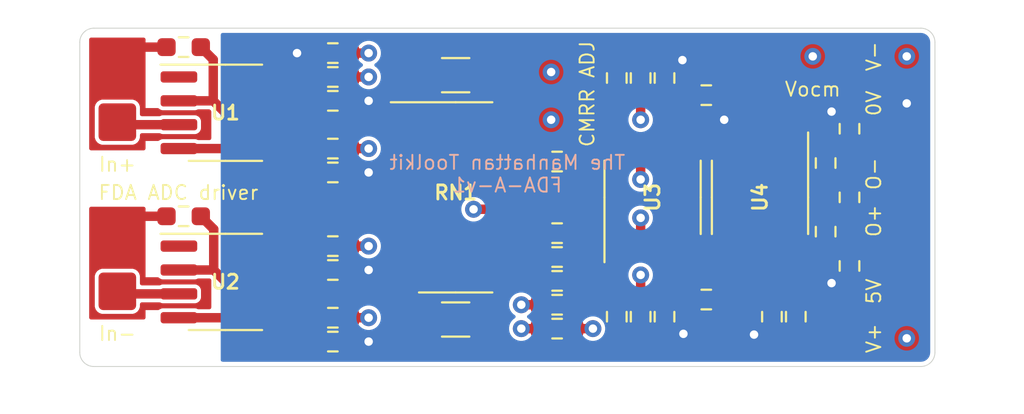
<source format=kicad_pcb>
(kicad_pcb (version 20241229) (generator "pcbnew") (generator_version "9.0")
  (layers (0 "F.Cu" signal) (4 "In1.Cu" signal) (6 "In2.Cu" signal) (2 "B.Cu" signal) (13 "F.Paste" user) (15 "B.Paste" user) (5 "F.SilkS" user "F.Silkscreen") (7 "B.SilkS" user "B.Silkscreen") (1 "F.Mask" user) (3 "B.Mask" user) (25 "Edge.Cuts" user))
  (net 0 "")
  (net 1 "Net-(U1-V+)")
  (net 2 "GND")
  (net 3 "Net-(U1-V-)")
  (net 4 "Net-(U2-V-)")
  (net 5 "Net-(U2-V+)")
  (net 6 "Net-(U3-V+)")
  (net 7 "Net-(C6-Pad2)")
  (net 8 "Net-(RN1D-R4.2)")
  (net 9 "Net-(U4C-V+)")
  (net 10 "Net-(RN1D-R4.1)")
  (net 11 "Net-(RN1E-R5.1)")
  (net 12 "Net-(J10-Pin_1)")
  (net 13 "Net-(J11-Pin_1)")
  (net 14 "Net-(RN1A-R1.1)")
  (net 15 "Net-(RN1H-R8.1)")
  (net 16 "Net-(R15-Pad1)")
  (net 17 "Net-(R16-Pad1)")
  (net 18 "+19")
  (net 19 "-15.5")
  (net 26 "Net-(U3-~{SHDN})")
  (net 27 "Net-(RN1F-R6.2)")
  (net 28 "Net-(RN1C-R3.2)")
  (net 29 "+5.5")
  (net 30 "Net-(U4A-+)")
  (net 31 "Net-(U4B-+)")
  (net 32 "Net-(RN1G-R7.2)")
  (net 33 "Net-(RN1A-R1.2)")
  (net 34 "Net-(RN1B-R2.1)")
  (net 35 "Net-(RN1F-R6.1)")
  (net 36 "/OUT-")
  (net 37 "/OUT+")
  (net 38 "/VOCM")
  (net 39 "/Guard+")
  (net 40 "/Guard-")
  (net 41 "/IN+")
  (net 42 "/IN-")
  (footprint "Manhattan:Manhattan-2mm" (layer "F.Cu") (at 82 126)
    (property "Reference" "J4" (hide yes))
    (property "Value" "Conn_01x01_Pin")
    (pad "1" smd roundrect (at 0 0) (size 2 2) (layers "F.Cu" "F.Mask" "F.Paste") (roundrect_rratio 0.125) (net 42 "/IN-"))
  )
  (footprint "Resistor_SMD:R_0603_1608Metric_Pad0.98x0.95mm_HandSolder" (layer "F.Cu") (at 119.685 122.825 -90)
    (property "Reference" "R19" (hide yes))
    (property "Value" "10")
    (pad "1" smd roundrect (at -0.9125 0 270) (size 0.975 0.95) (layers "F.Cu" "F.Mask" "F.Paste") (net 11 "Net-(RN1E-R5.1)"))
    (pad "2" smd roundrect (at 0.9125 0 270) (size 0.975 0.95) (layers "F.Cu" "F.Mask" "F.Paste") (net 37 "/OUT+"))
  )
  (footprint "Manhattan:Manhattan-2mm" (layer "F.Cu") (at 105.08 114.3325)
    (property "Reference" "J10" (hide yes))
    (property "Value" "Conn_01x01_Pin")
    (pad "1" smd roundrect (at 0 0) (size 2 2) (layers "F.Cu" "F.Mask" "F.Paste") (roundrect_rratio 0.125) (net 12 "Net-(J10-Pin_1)"))
  )
  (footprint "Resistor_SMD:R_0603_1608Metric_Pad0.98x0.95mm_HandSolder" (layer "F.Cu") (at 105.3975 119.095)
    (property "Reference" "R9" (hide yes))
    (property "Value" "10")
    (pad "1" smd roundrect (at -0.9125 0) (size 0.975 0.95) (layers "F.Cu" "F.Mask" "F.Paste") (net 28 "Net-(RN1C-R3.2)"))
    (pad "2" smd roundrect (at 0.9125 0) (size 0.975 0.95) (layers "F.Cu" "F.Mask" "F.Paste") (net 8 "Net-(RN1D-R4.2)"))
  )
  (footprint "Resistor_SMD:R_0603_1608Metric_Pad0.98x0.95mm_HandSolder" (layer "F.Cu") (at 116.8275 127.35 90)
    (property "Reference" "C9" (hide yes))
    (property "Value" "1u")
    (pad "1" smd roundrect (at -0.9125 0 90) (size 0.975 0.95) (layers "F.Cu" "F.Mask" "F.Paste") (net 2 "GND"))
    (pad "2" smd roundrect (at 0.9125 0 90) (size 0.975 0.95) (layers "F.Cu" "F.Mask" "F.Paste") (net 9 "Net-(U4C-V+)"))
  )
  (footprint "Resistor_SMD:R_0603_1608Metric_Pad0.98x0.95mm_HandSolder" (layer "F.Cu") (at 93.465 115.865 180)
    (property "Reference" "C1" (hide yes))
    (property "Value" "1u")
    (pad "1" smd roundrect (at -0.9125 0 180) (size 0.975 0.95) (layers "F.Cu" "F.Mask" "F.Paste") (net 2 "GND"))
    (pad "2" smd roundrect (at 0.9125 0 180) (size 0.975 0.95) (layers "F.Cu" "F.Mask" "F.Paste") (net 1 "Net-(U1-V+)"))
  )
  (footprint "Resistor_SMD:R_0603_1608Metric_Pad0.98x0.95mm_HandSolder" (layer "F.Cu") (at 105.3975 126.715)
    (property "Reference" "R11" (hide yes))
    (property "Value" "TBD")
    (pad "1" smd roundrect (at -0.9125 0) (size 0.975 0.95) (layers "F.Cu" "F.Mask" "F.Paste") (net 13 "Net-(J11-Pin_1)"))
    (pad "2" smd roundrect (at 0.9125 0) (size 0.975 0.95) (layers "F.Cu" "F.Mask" "F.Paste") (net 12 "Net-(J10-Pin_1)"))
  )
  (footprint "Resistor_SMD:R_0603_1608Metric_Pad0.98x0.95mm_HandSolder" (layer "F.Cu") (at 120.955 124.65 90)
    (property "Reference" "C11" (hide yes))
    (property "Value" "4.7n")
    (pad "1" smd roundrect (at -0.9125 0 90) (size 0.975 0.95) (layers "F.Cu" "F.Mask" "F.Paste") (net 2 "GND"))
    (pad "2" smd roundrect (at 0.9125 0 90) (size 0.975 0.95) (layers "F.Cu" "F.Mask" "F.Paste") (net 37 "/OUT+"))
  )
  (footprint "Package_SO:SOIC-8_3.9x4.9mm_P1.27mm" (layer "F.Cu") (at 87.75 116.5)
    (property "Reference" "U1" (at 0 0 0) (layer "F.SilkS") (effects (font (size 0.75 0.75))))
    (property "Value" "OPA140")
    (pad "1" smd roundrect (at -2.475 -1.905) (size 1.95 0.6) (layers "F.Cu" "F.Mask" "F.Paste"))
    (pad "2" smd roundrect (at -2.475 -0.635) (size 1.95 0.6) (layers "F.Cu" "F.Mask" "F.Paste") (net 14 "Net-(RN1A-R1.1)"))
    (pad "3" smd roundrect (at -2.475 0.635) (size 1.95 0.6) (layers "F.Cu" "F.Mask" "F.Paste") (net 41 "/IN+"))
    (pad "4" smd roundrect (at -2.475 1.905) (size 1.95 0.6) (layers "F.Cu" "F.Mask" "F.Paste") (net 3 "Net-(U1-V-)"))
    (pad "5" smd roundrect (at 2.475 1.905) (size 1.95 0.6) (layers "F.Cu" "F.Mask" "F.Paste"))
    (pad "6" smd roundrect (at 2.475 0.635) (size 1.95 0.6) (layers "F.Cu" "F.Mask" "F.Paste") (net 14 "Net-(RN1A-R1.1)"))
    (pad "7" smd roundrect (at 2.475 -0.635) (size 1.95 0.6) (layers "F.Cu" "F.Mask" "F.Paste") (net 1 "Net-(U1-V+)"))
    (pad "8" smd roundrect (at 2.475 -1.905) (size 1.95 0.6) (layers "F.Cu" "F.Mask" "F.Paste"))
  )
  (footprint "Resistor_SMD:R_0603_1608Metric_Pad0.98x0.95mm_HandSolder" (layer "F.Cu") (at 113.335 115.5625)
    (property "Reference" "R15" (hide yes))
    (property "Value" "1k")
    (pad "1" smd roundrect (at -0.9125 0) (size 0.975 0.95) (layers "F.Cu" "F.Mask" "F.Paste") (net 16 "Net-(R15-Pad1)"))
    (pad "2" smd roundrect (at 0.9125 0) (size 0.975 0.95) (layers "F.Cu" "F.Mask" "F.Paste") (net 30 "Net-(U4A-+)"))
  )
  (footprint "Resistor_SMD:R_0603_1608Metric_Pad0.98x0.95mm_HandSolder" (layer "F.Cu") (at 111.1125 114.65 -90)
    (property "Reference" "C6" (hide yes))
    (property "Value" "1u")
    (pad "1" smd roundrect (at -0.9125 0 270) (size 0.975 0.95) (layers "F.Cu" "F.Mask" "F.Paste") (net 2 "GND"))
    (pad "2" smd roundrect (at 0.9125 0 270) (size 0.975 0.95) (layers "F.Cu" "F.Mask" "F.Paste") (net 7 "Net-(C6-Pad2)"))
  )
  (footprint "Resistor_SMD:R_1206_3216Metric_Pad1.30x1.75mm_HandSolder" (layer "F.Cu") (at 100 114.5)
    (property "Reference" "R20" (hide yes))
    (property "Value" "0" (hide yes))
    (pad "1" smd roundrect (at -1.55 0) (size 1.3 1.75) (layers "F.Cu" "F.Mask" "F.Paste") (roundrect_rratio 0.192308) (net 14 "Net-(RN1A-R1.1)"))
    (pad "2" smd roundrect (at 1.55 0) (size 1.3 1.75) (layers "F.Cu" "F.Mask" "F.Paste") (roundrect_rratio 0.192308) (net 33 "Net-(RN1A-R1.2)"))
  )
  (footprint "Manhattan:Manhattan-2mm" (layer "F.Cu") (at 124 128.5)
    (property "Reference" "J5" (hide yes))
    (property "Value" "Conn_01x01_Pin")
    (pad "1" smd roundrect (at 0 0) (size 2 2) (layers "F.Cu" "F.Mask" "F.Paste") (roundrect_rratio 0.125) (net 18 "+19"))
  )
  (footprint "Resistor_SMD:R_0603_1608Metric_Pad0.98x0.95mm_HandSolder" (layer "F.Cu") (at 120.955 117.35 90)
    (property "Reference" "C10" (hide yes))
    (property "Value" "4.7n")
    (pad "1" smd roundrect (at -0.9125 0 90) (size 0.975 0.95) (layers "F.Cu" "F.Mask" "F.Paste") (net 36 "/OUT-"))
    (pad "2" smd roundrect (at 0.9125 0 90) (size 0.975 0.95) (layers "F.Cu" "F.Mask" "F.Paste") (net 2 "GND"))
  )
  (footprint "Resistor_SMD:R_0603_1608Metric_Pad0.98x0.95mm_HandSolder" (layer "F.Cu") (at 93.465 123.595 180)
    (property "Reference" "R6" (hide yes))
    (property "Value" "2.2")
    (pad "1" smd roundrect (at -0.9125 0 180) (size 0.975 0.95) (layers "F.Cu" "F.Mask" "F.Paste") (net 18 "+19"))
    (pad "2" smd roundrect (at 0.9125 0 180) (size 0.975 0.95) (layers "F.Cu" "F.Mask" "F.Paste") (net 5 "Net-(U2-V+)"))
  )
  (footprint "Resistor_SMD:R_0603_1608Metric_Pad0.98x0.95mm_HandSolder" (layer "F.Cu") (at 108.5725 114.65 90)
    (property "Reference" "C7" (hide yes))
    (property "Value" "10p")
    (pad "1" smd roundrect (at -0.9125 0 90) (size 0.975 0.95) (layers "F.Cu" "F.Mask" "F.Paste") (net 8 "Net-(RN1D-R4.2)"))
    (pad "2" smd roundrect (at 0.9125 0 90) (size 0.975 0.95) (layers "F.Cu" "F.Mask" "F.Paste") (net 10 "Net-(RN1D-R4.1)"))
  )
  (footprint "Resistor_SMD:R_0603_1608Metric_Pad0.98x0.95mm_HandSolder" (layer "F.Cu") (at 85.5275 122.0075)
    (property "Reference" "R2" (hide yes))
    (property "Value" "10k")
    (pad "1" smd roundrect (at -0.9125 0) (size 0.975 0.95) (layers "F.Cu" "F.Mask" "F.Paste") (net 40 "/Guard-"))
    (pad "2" smd roundrect (at 0.9125 0) (size 0.975 0.95) (layers "F.Cu" "F.Mask" "F.Paste") (net 15 "Net-(RN1H-R8.1)"))
  )
  (footprint "Resistor_SMD:R_0603_1608Metric_Pad0.98x0.95mm_HandSolder" (layer "F.Cu") (at 93.465 128.675 180)
    (property "Reference" "C3" (hide yes))
    (property "Value" "1u")
    (pad "1" smd roundrect (at -0.9125 0 180) (size 0.975 0.95) (layers "F.Cu" "F.Mask" "F.Paste") (net 2 "GND"))
    (pad "2" smd roundrect (at 0.9125 0 180) (size 0.975 0.95) (layers "F.Cu" "F.Mask" "F.Paste") (net 4 "Net-(U2-V-)"))
  )
  (footprint "Resistor_SMD:R_1206_3216Metric_Pad1.30x1.75mm_HandSolder" (layer "F.Cu") (at 100 127.5)
    (property "Reference" "R21" (hide yes))
    (property "Value" "0" (hide yes))
    (pad "1" smd roundrect (at -1.55 0) (size 1.3 1.75) (layers "F.Cu" "F.Mask" "F.Paste") (roundrect_rratio 0.192308) (net 15 "Net-(RN1H-R8.1)"))
    (pad "2" smd roundrect (at 1.55 0) (size 1.3 1.75) (layers "F.Cu" "F.Mask" "F.Paste") (roundrect_rratio 0.192308) (net 32 "Net-(RN1G-R7.2)"))
  )
  (footprint "Resistor_SMD:R_0603_1608Metric_Pad0.98x0.95mm_HandSolder" (layer "F.Cu") (at 85.5275 113.0075)
    (property "Reference" "R1" (hide yes))
    (property "Value" "10k")
    (pad "1" smd roundrect (at -0.9125 0) (size 0.975 0.95) (layers "F.Cu" "F.Mask" "F.Paste") (net 39 "/Guard+"))
    (pad "2" smd roundrect (at 0.9125 0) (size 0.975 0.95) (layers "F.Cu" "F.Mask" "F.Paste") (net 14 "Net-(RN1A-R1.1)"))
  )
  (footprint "Package_SO:SO-8_3.9x4.9mm_P1.27mm" (layer "F.Cu") (at 116.1925 121 -90)
    (property "Reference" "U4" (at 0 0 90) (layer "F.SilkS") (effects (font (size 0.75 0.75))))
    (property "Value" "TLV3542")
    (pad "1" smd roundrect (at -2.575 -1.905 270) (size 1.75 0.6) (layers "F.Cu" "F.Mask" "F.Paste") (net 10 "Net-(RN1D-R4.1)"))
    (pad "2" smd roundrect (at -2.575 -0.635 270) (size 1.75 0.6) (layers "F.Cu" "F.Mask" "F.Paste") (net 10 "Net-(RN1D-R4.1)"))
    (pad "3" smd roundrect (at -2.575 0.635 270) (size 1.75 0.6) (layers "F.Cu" "F.Mask" "F.Paste") (net 30 "Net-(U4A-+)"))
    (pad "4" smd roundrect (at -2.575 1.905 270) (size 1.75 0.6) (layers "F.Cu" "F.Mask" "F.Paste") (net 2 "GND"))
    (pad "5" smd roundrect (at 2.575 1.905 270) (size 1.75 0.6) (layers "F.Cu" "F.Mask" "F.Paste") (net 31 "Net-(U4B-+)"))
    (pad "6" smd roundrect (at 2.575 0.635 270) (size 1.75 0.6) (layers "F.Cu" "F.Mask" "F.Paste") (net 11 "Net-(RN1E-R5.1)"))
    (pad "7" smd roundrect (at 2.575 -0.635 270) (size 1.75 0.6) (layers "F.Cu" "F.Mask" "F.Paste") (net 11 "Net-(RN1E-R5.1)"))
    (pad "8" smd roundrect (at 2.575 -1.905 270) (size 1.75 0.6) (layers "F.Cu" "F.Mask" "F.Paste") (net 9 "Net-(U4C-V+)"))
  )
  (footprint "Manhattan:Manhattan-2mm" (layer "F.Cu") (at 105.08 116.8725)
    (property "Reference" "J11" (hide yes))
    (property "Value" "Conn_01x01_Pin")
    (pad "1" smd roundrect (at 0 0) (size 2 2) (layers "F.Cu" "F.Mask" "F.Paste") (roundrect_rratio 0.125) (net 13 "Net-(J11-Pin_1)"))
  )
  (footprint "Manhattan:Manhattan-2mm" (layer "F.Cu") (at 82 117)
    (property "Reference" "J3" (hide yes))
    (property "Value" "Conn_01x01_Pin")
    (pad "1" smd roundrect (at 0 0) (size 2 2) (layers "F.Cu" "F.Mask" "F.Paste") (roundrect_rratio 0.125) (net 41 "/IN+"))
  )
  (footprint "Resistor_SMD:R_0603_1608Metric_Pad0.98x0.95mm_HandSolder" (layer "F.Cu") (at 93.465 127.405 180)
    (property "Reference" "R5" (hide yes))
    (property "Value" "2.2")
    (pad "1" smd roundrect (at -0.9125 0 180) (size 0.975 0.95) (layers "F.Cu" "F.Mask" "F.Paste") (net 19 "-15.5"))
    (pad "2" smd roundrect (at 0.9125 0 180) (size 0.975 0.95) (layers "F.Cu" "F.Mask" "F.Paste") (net 4 "Net-(U2-V-)"))
  )
  (footprint "Manhattan:Manhattan-2mm" (layer "F.Cu") (at 124 126)
    (property "Reference" "J8" (hide yes))
    (property "Value" "Conn_01x01_Pin")
    (pad "1" smd roundrect (at 0 0) (size 2 2) (layers "F.Cu" "F.Mask" "F.Paste") (roundrect_rratio 0.125) (net 29 "+5.5"))
  )
  (footprint "Manhattan:Manhattan-2mm" (layer "F.Cu") (at 124 122.25)
    (property "Reference" "J13" (hide yes))
    (property "Value" "Conn_01x01_Pin")
    (pad "1" smd roundrect (at 0 0) (size 2 2) (layers "F.Cu" "F.Mask" "F.Paste") (roundrect_rratio 0.125) (net 37 "/OUT+"))
  )
  (footprint "Resistor_SMD:R_0603_1608Metric_Pad0.98x0.95mm_HandSolder" (layer "F.Cu") (at 105.3975 122.905 180)
    (property "Reference" "R8" (hide yes))
    (property "Value" "10")
    (pad "1" smd roundrect (at -0.9125 0 180) (size 0.975 0.95) (layers "F.Cu" "F.Mask" "F.Paste") (net 13 "Net-(J11-Pin_1)"))
    (pad "2" smd roundrect (at 0.9125 0 180) (size 0.975 0.95) (layers "F.Cu" "F.Mask" "F.Paste") (net 27 "Net-(RN1F-R6.2)"))
  )
  (footprint "Manhattan:Manhattan-2mm" (layer "F.Cu") (at 124 116)
    (property "Reference" "J7" (hide yes))
    (property "Value" "Conn_01x01_Pin")
    (pad "1" smd roundrect (at 0 0) (size 2 2) (layers "F.Cu" "F.Mask" "F.Paste") (roundrect_rratio 0.125) (net 2 "GND"))
  )
  (footprint "Manhattan:Manhattan-2mm" (layer "F.Cu") (at 119 113.5)
    (property "Reference" "J9" (hide yes))
    (property "Value" "Conn_01x01_Pin")
    (pad "1" smd roundrect (at 0 0) (size 2 2) (layers "F.Cu" "F.Mask" "F.Paste") (roundrect_rratio 0.125) (net 38 "/VOCM"))
  )
  (footprint "Resistor_SMD:R_0603_1608Metric_Pad0.98x0.95mm_HandSolder" (layer "F.Cu") (at 109.8425 127.35 -90)
    (property "Reference" "R12" (hide yes))
    (property "Value" "2.2")
    (pad "1" smd roundrect (at -0.9125 0 270) (size 0.975 0.95) (layers "F.Cu" "F.Mask" "F.Paste") (net 18 "+19"))
    (pad "2" smd roundrect (at 0.9125 0 270) (size 0.975 0.95) (layers "F.Cu" "F.Mask" "F.Paste") (net 6 "Net-(U3-V+)"))
  )
  (footprint "Resistor_SMD:R_0603_1608Metric_Pad0.98x0.95mm_HandSolder" (layer "F.Cu") (at 119.685 119.175 90)
    (property "Reference" "R18" (hide yes))
    (property "Value" "10")
    (pad "1" smd roundrect (at -0.9125 0 90) (size 0.975 0.95) (layers "F.Cu" "F.Mask" "F.Paste") (net 10 "Net-(RN1D-R4.1)"))
    (pad "2" smd roundrect (at 0.9125 0 90) (size 0.975 0.95) (layers "F.Cu" "F.Mask" "F.Paste") (net 36 "/OUT-"))
  )
  (footprint "Resistor_SMD:R_0603_1608Metric_Pad0.98x0.95mm_HandSolder" (layer "F.Cu") (at 105.3975 124.175 180)
    (property "Reference" "R7" (hide yes))
    (property "Value" "10")
    (pad "1" smd roundrect (at -0.9125 0 180) (size 0.975 0.95) (layers "F.Cu" "F.Mask" "F.Paste") (net 13 "Net-(J11-Pin_1)"))
    (pad "2" smd roundrect (at 0.9125 0 180) (size 0.975 0.95) (layers "F.Cu" "F.Mask" "F.Paste") (net 27 "Net-(RN1F-R6.2)"))
  )
  (footprint "Resistor_SMD:R_0603_1608Metric_Pad0.98x0.95mm_HandSolder" (layer "F.Cu") (at 93.465 119.675 180)
    (property "Reference" "C2" (hide yes))
    (property "Value" "1u")
    (pad "1" smd roundrect (at -0.9125 0 180) (size 0.975 0.95) (layers "F.Cu" "F.Mask" "F.Paste") (net 2 "GND"))
    (pad "2" smd roundrect (at 0.9125 0 180) (size 0.975 0.95) (layers "F.Cu" "F.Mask" "F.Paste") (net 3 "Net-(U1-V-)"))
  )
  (footprint "Resistor_SMD:R_0603_1608Metric_Pad0.98x0.95mm_HandSolder" (layer "F.Cu") (at 109.8425 114.65 90)
    (property "Reference" "R13" (hide yes))
    (property "Value" "2.2")
    (pad "1" smd roundrect (at -0.9125 0 90) (size 0.975 0.95) (layers "F.Cu" "F.Mask" "F.Paste") (net 19 "-15.5"))
    (pad "2" smd roundrect (at 0.9125 0 90) (size 0.975 0.95) (layers "F.Cu" "F.Mask" "F.Paste") (net 7 "Net-(C6-Pad2)"))
  )
  (footprint "Resistor_SMD:R_0603_1608Metric_Pad0.98x0.95mm_HandSolder" (layer "F.Cu") (at 118.0975 127.35 90)
    (property "Reference" "R17" (hide yes))
    (property "Value" "2.2")
    (pad "1" smd roundrect (at -0.9125 0 90) (size 0.975 0.95) (layers "F.Cu" "F.Mask" "F.Paste") (net 29 "+5.5"))
    (pad "2" smd roundrect (at 0.9125 0 90) (size 0.975 0.95) (layers "F.Cu" "F.Mask" "F.Paste") (net 9 "Net-(U4C-V+)"))
  )
  (footprint "Resistor_SMD:R_0603_1608Metric_Pad0.98x0.95mm_HandSolder" (layer "F.Cu") (at 93.465 118.405 180)
    (property "Reference" "R4" (hide yes))
    (property "Value" "2.2")
    (pad "1" smd roundrect (at -0.9125 0 180) (size 0.975 0.95) (layers "F.Cu" "F.Mask" "F.Paste") (net 19 "-15.5"))
    (pad "2" smd roundrect (at 0.9125 0 180) (size 0.975 0.95) (layers "F.Cu" "F.Mask" "F.Paste") (net 3 "Net-(U1-V-)"))
  )
  (footprint "Resistor_SMD:R_0603_1608Metric_Pad0.98x0.95mm_HandSolder" (layer "F.Cu") (at 120.955 121 -90)
    (property "Reference" "C12" (hide yes))
    (property "Value" "1n")
    (pad "1" smd roundrect (at -0.9125 0 270) (size 0.975 0.95) (layers "F.Cu" "F.Mask" "F.Paste") (net 36 "/OUT-"))
    (pad "2" smd roundrect (at 0.9125 0 270) (size 0.975 0.95) (layers "F.Cu" "F.Mask" "F.Paste") (net 37 "/OUT+"))
  )
  (footprint "Resistor_SMD:R_0603_1608Metric_Pad0.98x0.95mm_HandSolder" (layer "F.Cu") (at 108.5725 127.35 -90)
    (property "Reference" "C8" (hide yes))
    (property "Value" "10p")
    (pad "1" smd roundrect (at -0.9125 0 270) (size 0.975 0.95) (layers "F.Cu" "F.Mask" "F.Paste") (net 12 "Net-(J10-Pin_1)"))
    (pad "2" smd roundrect (at 0.9125 0 270) (size 0.975 0.95) (layers "F.Cu" "F.Mask" "F.Paste") (net 11 "Net-(RN1E-R5.1)"))
  )
  (footprint "Resistor_SMD:R_0603_1608Metric_Pad0.98x0.95mm_HandSolder" (layer "F.Cu") (at 105.3975 127.985 180)
    (property "Reference" "R14" (hide yes))
    (property "Value" "10k")
    (pad "1" smd roundrect (at -0.9125 0 180) (size 0.975 0.95) (layers "F.Cu" "F.Mask" "F.Paste") (net 26 "Net-(U3-~{SHDN})"))
    (pad "2" smd roundrect (at 0.9125 0 180) (size 0.975 0.95) (layers "F.Cu" "F.Mask" "F.Paste") (net 18 "+19"))
  )
  (footprint "Resistor_SMD:R_0603_1608Metric_Pad0.98x0.95mm_HandSolder" (layer "F.Cu") (at 111.1125 127.35 90)
    (property "Reference" "C5" (hide yes))
    (property "Value" "1u")
    (pad "1" smd roundrect (at -0.9125 0 90) (size 0.975 0.95) (layers "F.Cu" "F.Mask" "F.Paste") (net 2 "GND"))
    (pad "2" smd roundrect (at 0.9125 0 90) (size 0.975 0.95) (layers "F.Cu" "F.Mask" "F.Paste") (net 6 "Net-(U3-V+)"))
  )
  (footprint "Manhattan:Manhattan-2mm" (layer "F.Cu") (at 124 119.73)
    (property "Reference" "J12" (hide yes))
    (property "Value" "Conn_01x01_Pin")
    (pad "1" smd roundrect (at 0 0) (size 2 2) (layers "F.Cu" "F.Mask" "F.Paste") (roundrect_rratio 0.125) (net 36 "/OUT-"))
  )
  (footprint "Resistor_SMD:R_0603_1608Metric_Pad0.98x0.95mm_HandSolder" (layer "F.Cu") (at 93.465 113.325 180)
    (property "Reference" "C13" (hide yes))
    (property "Value" "1u")
    (pad "1" smd roundrect (at -0.9125 0 180) (size 0.975 0.95) (layers "F.Cu" "F.Mask" "F.Paste") (net 38 "/VOCM"))
    (pad "2" smd roundrect (at 0.9125 0 180) (size 0.975 0.95) (layers "F.Cu" "F.Mask" "F.Paste") (net 2 "GND"))
  )
  (footprint "Package_SO:SO-16_3.9x9.9mm_P1.27mm" (layer "F.Cu") (at 100 121)
    (property "Reference" "RN1" (at 0 -0.25 0) (layer "F.SilkS") (effects (font (size 0.75 0.75))))
    (property "Value" "2k")
    (pad "1" smd roundrect (at -2.575 -4.445) (size 1.75 0.6) (layers "F.Cu" "F.Mask" "F.Paste") (net 14 "Net-(RN1A-R1.1)"))
    (pad "2" smd roundrect (at -2.575 -3.175) (size 1.75 0.6) (layers "F.Cu" "F.Mask" "F.Paste") (net 34 "Net-(RN1B-R2.1)"))
    (pad "3" smd roundrect (at -2.575 -1.905) (size 1.75 0.6) (layers "F.Cu" "F.Mask" "F.Paste") (net 34 "Net-(RN1B-R2.1)"))
    (pad "4" smd roundrect (at -2.575 -0.635) (size 1.75 0.6) (layers "F.Cu" "F.Mask" "F.Paste") (net 10 "Net-(RN1D-R4.1)"))
    (pad "5" smd roundrect (at -2.575 0.635) (size 1.75 0.6) (layers "F.Cu" "F.Mask" "F.Paste") (net 11 "Net-(RN1E-R5.1)"))
    (pad "6" smd roundrect (at -2.575 1.905) (size 1.75 0.6) (layers "F.Cu" "F.Mask" "F.Paste") (net 35 "Net-(RN1F-R6.1)"))
    (pad "7" smd roundrect (at -2.575 3.175) (size 1.75 0.6) (layers "F.Cu" "F.Mask" "F.Paste") (net 35 "Net-(RN1F-R6.1)"))
    (pad "8" smd roundrect (at -2.575 4.445) (size 1.75 0.6) (layers "F.Cu" "F.Mask" "F.Paste") (net 15 "Net-(RN1H-R8.1)"))
    (pad "9" smd roundrect (at 2.575 4.445) (size 1.75 0.6) (layers "F.Cu" "F.Mask" "F.Paste") (net 32 "Net-(RN1G-R7.2)"))
    (pad "10" smd roundrect (at 2.575 3.175) (size 1.75 0.6) (layers "F.Cu" "F.Mask" "F.Paste") (net 32 "Net-(RN1G-R7.2)"))
    (pad "11" smd roundrect (at 2.575 1.905) (size 1.75 0.6) (layers "F.Cu" "F.Mask" "F.Paste") (net 27 "Net-(RN1F-R6.2)"))
    (pad "12" smd roundrect (at 2.575 0.635) (size 1.75 0.6) (layers "F.Cu" "F.Mask" "F.Paste") (net 12 "Net-(J10-Pin_1)"))
    (pad "13" smd roundrect (at 2.575 -0.635) (size 1.75 0.6) (layers "F.Cu" "F.Mask" "F.Paste") (net 8 "Net-(RN1D-R4.2)"))
    (pad "14" smd roundrect (at 2.575 -1.905) (size 1.75 0.6) (layers "F.Cu" "F.Mask" "F.Paste") (net 28 "Net-(RN1C-R3.2)"))
    (pad "15" smd roundrect (at 2.575 -3.175) (size 1.75 0.6) (layers "F.Cu" "F.Mask" "F.Paste") (net 33 "Net-(RN1A-R1.2)"))
    (pad "16" smd roundrect (at 2.575 -4.445) (size 1.75 0.6) (layers "F.Cu" "F.Mask" "F.Paste") (net 33 "Net-(RN1A-R1.2)"))
  )
  (footprint "Resistor_SMD:R_0603_1608Metric_Pad0.98x0.95mm_HandSolder" (layer "F.Cu") (at 113.335 126.4375)
    (property "Reference" "R16" (hide yes))
    (property "Value" "1k")
    (pad "1" smd roundrect (at -0.9125 0) (size 0.975 0.95) (layers "F.Cu" "F.Mask" "F.Paste") (net 17 "Net-(R16-Pad1)"))
    (pad "2" smd roundrect (at 0.9125 0) (size 0.975 0.95) (layers "F.Cu" "F.Mask" "F.Paste") (net 31 "Net-(U4B-+)"))
  )
  (footprint "Resistor_SMD:R_0603_1608Metric_Pad0.98x0.95mm_HandSolder" (layer "F.Cu") (at 93.465 124.865 180)
    (property "Reference" "C4" (hide yes))
    (property "Value" "1u")
    (pad "1" smd roundrect (at -0.9125 0 180) (size 0.975 0.95) (layers "F.Cu" "F.Mask" "F.Paste") (net 2 "GND"))
    (pad "2" smd roundrect (at 0.9125 0 180) (size 0.975 0.95) (layers "F.Cu" "F.Mask" "F.Paste") (net 5 "Net-(U2-V+)"))
  )
  (footprint "Resistor_SMD:R_0603_1608Metric_Pad0.98x0.95mm_HandSolder" (layer "F.Cu") (at 105.3975 125.445 180)
    (property "Reference" "R10" (hide yes))
    (property "Value" "10")
    (pad "1" smd roundrect (at -0.9125 0 180) (size 0.975 0.95) (layers "F.Cu" "F.Mask" "F.Paste") (net 12 "Net-(J10-Pin_1)"))
    (pad "2" smd roundrect (at 0.9125 0 180) (size 0.975 0.95) (layers "F.Cu" "F.Mask" "F.Paste") (net 13 "Net-(J11-Pin_1)"))
  )
  (footprint "Manhattan:Manhattan-2mm" (layer "F.Cu") (at 82 114)
    (property "Reference" "J1" (hide yes))
    (property "Value" "Conn_01x01_Pin")
    (pad "1" smd roundrect (at 0 0) (size 2 2) (layers "F.Cu" "F.Mask" "F.Paste") (roundrect_rratio 0.125) (net 39 "/Guard+"))
  )
  (footprint "Package_SO:SOIC-8_3.9x4.9mm_P1.27mm" (layer "F.Cu") (at 87.75 125.5)
    (property "Reference" "U2" (at 0 0 0) (layer "F.SilkS") (effects (font (size 0.75 0.75))))
    (property "Value" "OPA140")
    (pad "1" smd roundrect (at -2.475 -1.905) (size 1.95 0.6) (layers "F.Cu" "F.Mask" "F.Paste"))
    (pad "2" smd roundrect (at -2.475 -0.635) (size 1.95 0.6) (layers "F.Cu" "F.Mask" "F.Paste") (net 15 "Net-(RN1H-R8.1)"))
    (pad "3" smd roundrect (at -2.475 0.635) (size 1.95 0.6) (layers "F.Cu" "F.Mask" "F.Paste") (net 42 "/IN-"))
    (pad "4" smd roundrect (at -2.475 1.905) (size 1.95 0.6) (layers "F.Cu" "F.Mask" "F.Paste") (net 4 "Net-(U2-V-)"))
    (pad "5" smd roundrect (at 2.475 1.905) (size 1.95 0.6) (layers "F.Cu" "F.Mask" "F.Paste"))
    (pad "6" smd roundrect (at 2.475 0.635) (size 1.95 0.6) (layers "F.Cu" "F.Mask" "F.Paste") (net 15 "Net-(RN1H-R8.1)"))
    (pad "7" smd roundrect (at 2.475 -0.635) (size 1.95 0.6) (layers "F.Cu" "F.Mask" "F.Paste") (net 5 "Net-(U2-V+)"))
    (pad "8" smd roundrect (at 2.475 -1.905) (size 1.95 0.6) (layers "F.Cu" "F.Mask" "F.Paste"))
  )
  (footprint "Resistor_SMD:R_0603_1608Metric_Pad0.98x0.95mm_HandSolder" (layer "F.Cu") (at 93.465 114.595 180)
    (property "Reference" "R3" (hide yes))
    (property "Value" "2.2")
    (pad "1" smd roundrect (at -0.9125 0 180) (size 0.975 0.95) (layers "F.Cu" "F.Mask" "F.Paste") (net 18 "+19"))
    (pad "2" smd roundrect (at 0.9125 0 180) (size 0.975 0.95) (layers "F.Cu" "F.Mask" "F.Paste") (net 1 "Net-(U1-V+)"))
  )
  (footprint "Manhattan:Manhattan-2mm" (layer "F.Cu") (at 82 123)
    (property "Reference" "J2" (hide yes))
    (property "Value" "Conn_01x01_Pin")
    (pad "1" smd roundrect (at 0 0) (size 2 2) (layers "F.Cu" "F.Mask" "F.Paste") (roundrect_rratio 0.125) (net 40 "/Guard-"))
  )
  (footprint "Manhattan:Manhattan-2mm" (layer "F.Cu") (at 124 113.5)
    (property "Reference" "J6" (hide yes))
    (property "Value" "Conn_01x01_Pin")
    (pad "1" smd roundrect (at 0 0) (size 2 2) (layers "F.Cu" "F.Mask" "F.Paste") (roundrect_rratio 0.125) (net 19 "-15.5"))
  )
  (footprint "Package_SO:SO-8_3.9x4.9mm_P1.27mm" (layer "F.Cu") (at 110.4775 121 90)
    (property "Reference" "U3" (at 0 0 270) (layer "F.SilkS") (effects (font (size 0.75 0.75))))
    (property "Value" "THP210")
    (pad "1" smd roundrect (at -2.575 -1.905 90) (size 1.75 0.6) (layers "F.Cu" "F.Mask" "F.Paste") (net 12 "Net-(J10-Pin_1)"))
    (pad "2" smd roundrect (at -2.575 -0.635 90) (size 1.75 0.6) (layers "F.Cu" "F.Mask" "F.Paste") (net 38 "/VOCM"))
    (pad "3" smd roundrect (at -2.575 0.635 90) (size 1.75 0.6) (layers "F.Cu" "F.Mask" "F.Paste") (net 6 "Net-(U3-V+)"))
    (pad "4" smd roundrect (at -2.575 1.905 90) (size 1.75 0.6) (layers "F.Cu" "F.Mask" "F.Paste") (net 17 "Net-(R16-Pad1)"))
    (pad "5" smd roundrect (at 2.575 1.905 90) (size 1.75 0.6) (layers "F.Cu" "F.Mask" "F.Paste") (net 16 "Net-(R15-Pad1)"))
    (pad "6" smd roundrect (at 2.575 0.635 90) (size 1.75 0.6) (layers "F.Cu" "F.Mask" "F.Paste") (net 7 "Net-(C6-Pad2)"))
    (pad "7" smd roundrect (at 2.575 -0.635 90) (size 1.75 0.6) (layers "F.Cu" "F.Mask" "F.Paste") (net 26 "Net-(U3-~{SHDN})"))
    (pad "8" smd roundrect (at 2.575 -1.905 90) (size 1.75 0.6) (layers "F.Cu" "F.Mask" "F.Paste") (net 8 "Net-(RN1D-R4.2)"))
  )
  (gr_line (start 125.5 129.25) (end 125.5 112.75) (stroke (width 0.05)) (layer "Edge.Cuts"))
  (gr_line (start 124.75 112) (end 80.75 112) (stroke (width 0.05)) (layer "Edge.Cuts"))
  (gr_arc (start 80 112.75) (mid 80.21967 112.21967) (end 80.75 112) (stroke (width 0.05)) (layer "Edge.Cuts"))
  (gr_line (start 80.75 130) (end 124.75 130) (stroke (width 0.05)) (layer "Edge.Cuts"))
  (gr_arc (start 125.5 129.25) (mid 125.28033 129.78033) (end 124.75 130) (stroke (width 0.05)) (layer "Edge.Cuts"))
  (gr_arc (start 124.75 112) (mid 125.28033 112.21967) (end 125.5 112.75) (stroke (width 0.05)) (layer "Edge.Cuts"))
  (gr_line (start 80 112.75) (end 80 129.25) (stroke (width 0.05)) (layer "Edge.Cuts"))
  (gr_arc (start 80.75 130) (mid 80.21967 129.78033) (end 80 129.25) (stroke (width 0.05)) (layer "Edge.Cuts"))
  (gr_text "FDA ADC driver" (at 85.25 120.75 0) (layer "F.SilkS") (effects (font (size 0.75 0.75) (thickness 0.1))))
  (gr_text "Vocm" (at 119 115.25 0) (layer "F.SilkS") (effects (font (size 0.75 0.75) (thickness 0.1))))
  (gr_text "5V" (at 122.25 126 90) (layer "F.SilkS") (effects (font (size 0.75 0.75) (thickness 0.1))))
  (gr_text "V+" (at 122.25 128.5 90) (layer "F.SilkS") (effects (font (size 0.75 0.75) (thickness 0.1))))
  (gr_text "O+" (at 122.25 122.25 90) (layer "F.SilkS") (effects (font (size 0.75 0.75) (thickness 0.1))))
  (gr_text "CMRR ADJ" (at 107 115.5 90) (layer "F.SilkS") (effects (font (size 0.75 0.75) (thickness 0.1))))
  (gr_text "V-" (at 122.25 113.5 90) (layer "F.SilkS") (effects (font (size 0.75 0.75) (thickness 0.1))))
  (gr_text "O-" (at 122.25 119.75 90) (layer "F.SilkS") (effects (font (size 0.75 0.75) (thickness 0.1))))
  (gr_text "In+" (at 82 119.25 0) (layer "F.SilkS") (effects (font (size 0.75 0.75) (thickness 0.1))))
  (gr_text "0V" (at 122.25 116 90) (layer "F.SilkS") (effects (font (size 0.75 0.75) (thickness 0.1))))
  (gr_text "In-" (at 82 128.25 0) (layer "F.SilkS") (effects (font (size 0.75 0.75) (thickness 0.1))))
  (gr_text "The Manhattan Toolkit\nFDA-A-v1" (at 102.75 119.75 0) (layer "B.SilkS") (effects (font (size 0.75 0.75) (thickness 0.1)) (justify mirror)))
  (segment (start 92.5525 115.865) (end 90.225 115.865) (width 0.5) (layer "F.Cu") (net 1))
  (segment (start 92.5525 114.595) (end 92.5525 115.865) (width 0.5) (layer "F.Cu") (net 1))
  (segment (start 94.3775 115.865) (end 95.37 115.865) (width 0.5) (layer "F.Cu") (net 2))
  (segment (start 112.118 128.2625) (end 111.1125 128.2625) (width 0.5) (layer "F.Cu") (net 2))
  (segment (start 112.025 113.7375) (end 112.065 113.6975) (width 0.5) (layer "F.Cu") (net 2))
  (segment (start 120 125.5625) (end 120.955 125.5625) (width 0.5) (layer "F.Cu") (net 2))
  (segment (start 95.37 128.675) (end 94.3775 128.675) (width 0.5) (layer "F.Cu") (net 2))
  (segment (start 95.37 124.865) (end 94.3775 124.865) (width 0.5) (layer "F.Cu") (net 2))
  (segment (start 111.1125 113.7375) (end 112.025 113.7375) (width 0.5) (layer "F.Cu") (net 2))
  (segment (start 115.915 128.2625) (end 116.8275 128.2625) (width 0.5) (layer "F.Cu") (net 2))
  (segment (start 120 116.4375) (end 120.955 116.4375) (width 0.5) (layer "F.Cu") (net 2))
  (segment (start 94.3775 119.675) (end 95.37 119.675) (width 0.5) (layer "F.Cu") (net 2))
  (segment (start 115.875 128.3025) (end 115.915 128.2625) (width 0.5) (layer "F.Cu") (net 2))
  (segment (start 114.2875 118.425) (end 114.2875 116.8725) (width 0.5) (layer "F.Cu") (net 2))
  (segment (start 92.5525 113.325) (end 91.56 113.325) (width 0.5) (layer "F.Cu") (net 2))
  (via (at 112.065 113.6975) (size 0.9) (drill 0.45) (layers "F.Cu" "B.Cu") (net 2))
  (via (at 95.37 124.865) (size 0.9) (drill 0.45) (layers "F.Cu" "B.Cu") (net 2))
  (via (at 124 116) (size 0.9) (drill 0.45) (layers "F.Cu" "B.Cu") (net 2))
  (via (at 95.37 128.675) (size 0.9) (drill 0.45) (layers "F.Cu" "B.Cu") (net 2))
  (via (at 120 125.5625) (size 0.9) (drill 0.45) (layers "F.Cu" "B.Cu") (net 2))
  (via (at 95.37 119.675) (size 0.9) (drill 0.45) (layers "F.Cu" "B.Cu") (net 2))
  (via (at 120 116.4375) (size 0.9) (drill 0.45) (layers "F.Cu" "B.Cu") (net 2))
  (via (at 91.56 113.325) (size 0.9) (drill 0.45) (layers "F.Cu" "B.Cu") (net 2))
  (via (at 95.37 115.865) (size 0.9) (drill 0.45) (layers "F.Cu" "B.Cu") (net 2))
  (via (at 112.118 128.2625) (size 0.9) (drill 0.45) (layers "F.Cu" "B.Cu") (net 2))
  (via (at 115.875 128.3025) (size 0.9) (drill 0.45) (layers "F.Cu" "B.Cu") (net 2))
  (via (at 114.2875 116.8725) (size 0.9) (drill 0.45) (layers "F.Cu" "B.Cu") (net 2))
  (segment (start 92.5525 119.675) (end 89.02 119.675) (width 0.5) (layer "F.Cu") (net 3))
  (segment (start 87.75 118.405) (end 85.275 118.405) (width 0.5) (layer "F.Cu") (net 3))
  (segment (start 92.5525 118.405) (end 92.5525 119.675) (width 0.5) (layer "F.Cu") (net 3))
  (segment (start 89.02 119.675) (end 87.75 118.405) (width 0.5) (layer "F.Cu") (net 3))
  (segment (start 92.5525 128.675) (end 89.02 128.675) (width 0.5) (layer "F.Cu") (net 4))
  (segment (start 89.02 128.675) (end 87.75 127.405) (width 0.5) (layer "F.Cu") (net 4))
  (segment (start 92.5525 127.405) (end 92.5525 128.675) (width 0.5) (layer "F.Cu") (net 4))
  (segment (start 87.75 127.405) (end 85.275 127.405) (width 0.5) (layer "F.Cu") (net 4))
  (segment (start 92.5525 123.595) (end 92.5525 124.865) (width 0.5) (layer "F.Cu") (net 5))
  (segment (start 90.225 124.865) (end 92.5525 124.865) (width 0.5) (layer "F.Cu") (net 5))
  (segment (start 109.8425 127.35) (end 109.8425 128.2625) (width 0.35) (layer "F.Cu") (net 6))
  (segment (start 111.1125 126.0875) (end 111.1125 123.575) (width 0.5) (layer "F.Cu") (net 6))
  (segment (start 111.1125 126.4375) (end 111.1125 127.35) (width 0.35) (layer "F.Cu") (net 6))
  (segment (start 111.1125 127.35) (end 109.8425 127.35) (width 0.35) (layer "F.Cu") (net 6))
  (segment (start 111.1125 114.65) (end 111.1125 115.5625) (width 0.35) (layer "F.Cu") (net 7))
  (segment (start 109.8425 114.65) (end 111.1125 114.65) (width 0.35) (layer "F.Cu") (net 7))
  (segment (start 111.1125 115.88) (end 111.1125 118.425) (width 0.5) (layer "F.Cu") (net 7))
  (segment (start 109.8425 113.7375) (end 109.8425 114.65) (width 0.35) (layer "F.Cu") (net 7))
  (segment (start 108.5725 118.425) (end 108.5725 115.5625) (width 0.5) (layer "F.Cu") (net 8))
  (segment (start 106.31 120.325) (end 106.35 120.365) (width 0.5) (layer "F.Cu") (net 8))
  (segment (start 108.5725 118.425) (end 108.5725 119.73) (width 0.5) (layer "F.Cu") (net 8))
  (segment (start 106.35 120.365) (end 106.6675 120.365) (width 0.5) (layer "F.Cu") (net 8))
  (segment (start 106.0325 120.365) (end 106.35 120.365) (width 0.5) (layer "F.Cu") (net 8))
  (segment (start 106.6675 120.365) (end 102.575 120.365) (width 0.5) (layer "F.Cu") (net 8))
  (segment (start 107.9375 120.365) (end 106.6675 120.365) (width 0.5) (layer "F.Cu") (net 8))
  (segment (start 108.5725 119.73) (end 107.9375 120.365) (width 0.5) (layer "F.Cu") (net 8))
  (segment (start 106.31 119.095) (end 106.31 120.325) (width 0.5) (layer "F.Cu") (net 8))
  (segment (start 118.0975 126.4375) (end 116.8275 126.4375) (width 0.5) (layer "F.Cu") (net 9))
  (segment (start 118.0975 123.575) (end 118.0975 126.4375) (width 0.5) (layer "F.Cu") (net 9))
  (segment (start 100.505 112.745) (end 100 113.25) (width 0.5) (layer "F.Cu") (net 10))
  (segment (start 118.0975 118.425) (end 118.0975 120.0875) (width 0.5) (layer "F.Cu") (net 10))
  (segment (start 116.8275 115.3275) (end 116.8275 118.425) (width 0.5) (layer "F.Cu") (net 10))
  (segment (start 100 119.4125) (end 99.0475 120.365) (width 0.5) (layer "F.Cu") (net 10))
  (segment (start 100 113.25) (end 100 119.4125) (width 0.5) (layer "F.Cu") (net 10))
  (segment (start 108.5725 113.7375) (end 108.5725 112.745) (width 0.5) (layer "F.Cu") (net 10))
  (segment (start 119.685 120.0875) (end 118.0975 120.0875) (width 0.5) (layer "F.Cu") (net 10))
  (segment (start 118.0975 120.0875) (end 116.8275 120.0875) (width 0.5) (layer "F.Cu") (net 10))
  (segment (start 99.0475 120.365) (end 97.425 120.365) (width 0.5) (layer "F.Cu") (net 10))
  (segment (start 114.245 112.745) (end 116.8275 115.3275) (width 0.5) (layer "F.Cu") (net 10))
  (segment (start 116.8275 118.425) (end 116.8275 120.0875) (width 0.5) (layer "F.Cu") (net 10))
  (segment (start 110.4775 112.745) (end 100.505 112.745) (width 0.5) (layer "F.Cu") (net 10))
  (segment (start 108.5725 112.745) (end 114.245 112.745) (width 0.5) (layer "F.Cu") (net 10))
  (segment (start 119.685 121.9125) (end 116.8275 121.9125) (width 0.5) (layer "F.Cu") (net 11))
  (segment (start 99.066225 121.635) (end 100 122.568775) (width 0.5) (layer "F.Cu") (net 11))
  (segment (start 113.245 129.255) (end 115.5575 126.9425) (width 0.5) (layer "F.Cu") (net 11))
  (segment (start 116.8275 121.9125) (end 115.5575 121.9125) (width 0.5) (layer "F.Cu") (net 11))
  (segment (start 97.425 121.635) (end 99.066225 121.635) (width 0.5) (layer "F.Cu") (net 11))
  (segment (start 115.5575 123.575) (end 115.5575 121.9125) (width 0.5) (layer "F.Cu") (net 11))
  (segment (start 100 128.75) (end 100.505 129.255) (width 0.5) (layer "F.Cu") (net 11))
  (segment (start 108.5725 128.2625) (end 108.5725 129.255) (width 0.5) (layer "F.Cu") (net 11))
  (segment (start 108.5725 129.255) (end 113.245 129.255) (width 0.5) (layer "F.Cu") (net 11))
  (segment (start 116.8275 123.575) (end 116.8275 121.9125) (width 0.5) (layer "F.Cu") (net 11))
  (segment (start 115.5575 126.9425) (end 115.5575 123.575) (width 0.5) (layer "F.Cu") (net 11))
  (segment (start 100.505 129.255) (end 110.4775 129.255) (width 0.5) (layer "F.Cu") (net 11))
  (segment (start 100 122.568775) (end 100 128.75) (width 0.5) (layer "F.Cu") (net 11))
  (segment (start 102.575 121.635) (end 100.9525 121.635) (width 0.5) (layer "F.Cu") (net 12))
  (segment (start 106.31 126.715) (end 106.31 125.445) (width 0.5) (layer "F.Cu") (net 12))
  (segment (start 107.7705 126.4375) (end 108.5725 126.4375) (width 0.5) (layer "F.Cu") (net 12))
  (segment (start 108.5725 126.4375) (end 108.5725 123.575) (width 0.5) (layer "F.Cu") (net 12))
  (segment (start 107.493 126.715) (end 107.7705 126.4375) (width 0.5) (layer "F.Cu") (net 12))
  (segment (start 108.5725 123.575) (end 108.5725 122.27) (width 0.5) (layer "F.Cu") (net 12))
  (segment (start 107.9375 121.635) (end 102.575 121.635) (width 0.5) (layer "F.Cu") (net 12))
  (segment (start 106.31 126.715) (end 107.493 126.715) (width 0.5) (layer "F.Cu") (net 12))
  (segment (start 108.5725 122.27) (end 107.9375 121.635) (width 0.5) (layer "F.Cu") (net 12))
  (via (at 105.08 114.3325) (size 0.9) (drill 0.45) (layers "F.Cu" "B.Cu") (net 12))
  (via (at 100.9525 121.635) (size 0.9) (drill 0.45) (layers "F.Cu" "B.Cu") (net 12))
  (segment (start 106.31 122.905) (end 106.31 124.175) (width 0.5) (layer "F.Cu") (net 13))
  (segment (start 105.3975 124.175) (end 105.3975 125.445) (width 0.35) (layer "F.Cu") (net 13))
  (segment (start 104.485 126.715) (end 103.4925 126.715) (width 0.5) (layer "F.Cu") (net 13))
  (segment (start 105.3975 125.445) (end 104.485 125.445) (width 0.35) (layer "F.Cu") (net 13))
  (segment (start 106.31 124.175) (end 105.3975 124.175) (width 0.35) (layer "F.Cu") (net 13))
  (segment (start 104.485 125.445) (end 104.485 126.715) (width 0.5) (layer "F.Cu") (net 13))
  (via (at 105.08 116.8725) (size 0.9) (drill 0.45) (layers "F.Cu" "B.Cu") (net 13))
  (via (at 103.4925 126.715) (size 0.9) (drill 0.45) (layers "F.Cu" "B.Cu") (net 13))
  (segment (start 86.44 113.0075) (end 87.102684 113.670184) (width 0.5) (layer "F.Cu") (net 14))
  (segment (start 95.615 117.135) (end 90.225 117.135) (width 0.5) (layer "F.Cu") (net 14))
  (segment (start 90.225 117.135) (end 88.372684 117.135) (width 0.5) (layer "F.Cu") (net 14))
  (segment (start 87.102684 113.670184) (end 87.102684 115.865) (width 0.5) (layer "F.Cu") (net 14))
  (segment (start 97.425 116.555) (end 97.425 115.525) (width 0.5) (layer "F.Cu") (net 14))
  (segment (start 87.102684 115.865) (end 85.275 115.865) (width 0.5) (layer "F.Cu") (net 14))
  (segment (start 88.372684 117.135) (end 87.102684 115.865) (width 0.5) (layer "F.Cu") (net 14))
  (segment (start 97.425 116.555) (end 96.195 116.555) (width 0.5) (layer "F.Cu") (net 14))
  (segment (start 97.425 115.525) (end 98.45 114.5) (width 0.5) (layer "F.Cu") (net 14))
  (segment (start 96.195 116.555) (end 95.615 117.135) (width 0.5) (layer "F.Cu") (net 14))
  (segment (start 97.425 126.475) (end 98.45 127.5) (width 0.5) (layer "F.Cu") (net 15))
  (segment (start 86.44 122.0075) (end 87.127316 122.694816) (width 0.5) (layer "F.Cu") (net 15))
  (segment (start 85.275 124.865) (end 87.127316 124.865) (width 0.5) (layer "F.Cu") (net 15))
  (segment (start 87.127316 122.694816) (end 87.127316 124.865) (width 0.5) (layer "F.Cu") (net 15))
  (segment (start 88.397316 126.135) (end 90.225 126.135) (width 0.5) (layer "F.Cu") (net 15))
  (segment (start 96.305 125.445) (end 95.615 126.135) (width 0.5) (layer "F.Cu") (net 15))
  (segment (start 97.425 125.445) (end 97.425 126.475) (width 0.5) (layer "F.Cu") (net 15))
  (segment (start 97.425 125.445) (end 96.305 125.445) (width 0.5) (layer "F.Cu") (net 15))
  (segment (start 87.127316 124.865) (end 88.397316 126.135) (width 0.5) (layer "F.Cu") (net 15))
  (segment (start 95.615 126.135) (end 90.225 126.135) (width 0.5) (layer "F.Cu") (net 15))
  (segment (start 112.3825 115.6425) (end 112.4225 115.6025) (width 0.5) (layer "F.Cu") (net 16))
  (segment (start 112.3825 118.425) (end 112.3825 115.6425) (width 0.5) (layer "F.Cu") (net 16))
  (segment (start 112.3825 126.3575) (end 112.4225 126.3975) (width 0.5) (layer "F.Cu") (net 17))
  (segment (start 112.3825 123.575) (end 112.3825 126.3575) (width 0.5) (layer "F.Cu") (net 17))
  (segment (start 94.3775 123.595) (end 95.37 123.595) (width 0.5) (layer "F.Cu") (net 18))
  (segment (start 104.485 127.985) (end 103.4925 127.985) (width 0.5) (layer "F.Cu") (net 18))
  (segment (start 94.3775 114.595) (end 95.37 114.595) (width 0.5) (layer "F.Cu") (net 18))
  (segment (start 109.8425 126.4375) (end 109.8425 125.1275) (width 0.5) (layer "F.Cu") (net 18))
  (via (at 95.37 123.595) (size 0.9) (drill 0.45) (layers "F.Cu" "B.Cu") (net 18))
  (via (at 124 128.5) (size 0.9) (drill 0.45) (layers "F.Cu" "B.Cu") (net 18))
  (via (at 109.8425 125.1275) (size 0.9) (drill 0.45) (layers "F.Cu" "B.Cu") (net 18))
  (via (at 103.4925 127.985) (size 0.9) (drill 0.45) (layers "F.Cu" "B.Cu") (net 18))
  (via (at 95.37 114.595) (size 0.9) (drill 0.45) (layers "F.Cu" "B.Cu") (net 18))
  (segment (start 109.8425 115.5625) (end 109.8425 116.555) (width 0.5) (layer "F.Cu") (net 19))
  (segment (start 95.37 127.405) (end 94.3775 127.405) (width 0.5) (layer "F.Cu") (net 19))
  (segment (start 94.3775 118.405) (end 95.37 118.405) (width 0.5) (layer "F.Cu") (net 19))
  (via (at 124 113.5) (size 0.9) (drill 0.45) (layers "F.Cu" "B.Cu") (net 19))
  (via (at 109.8425 116.8725) (size 0.9) (drill 0.45) (layers "F.Cu" "B.Cu") (net 19))
  (via (at 95.37 118.405) (size 0.9) (drill 0.45) (layers "F.Cu" "B.Cu") (net 19))
  (via (at 95.37 127.405) (size 0.9) (drill 0.45) (layers "F.Cu" "B.Cu") (net 19))
  (segment (start 106.31 127.985) (end 107.3025 127.985) (width 0.5) (layer "F.Cu") (net 26))
  (segment (start 109.8425 118.425) (end 109.8425 120.0475) (width 0.5) (layer "F.Cu") (net 26))
  (via (at 107.3025 127.985) (size 0.9) (drill 0.45) (layers "F.Cu" "B.Cu") (net 26))
  (via (at 109.8425 120.0475) (size 0.9) (drill 0.45) (layers "F.Cu" "B.Cu") (net 26))
  (segment (start 102.2575 122.905) (end 104.485 122.905) (width 0.5) (layer "F.Cu") (net 27))
  (segment (start 104.485 122.905) (end 104.485 124.175) (width 0.5) (layer "F.Cu") (net 27))
  (segment (start 104.485 119.095) (end 102.575 119.095) (width 0.5) (layer "F.Cu") (net 28))
  (segment (start 122.6225 126) (end 124 126) (width 0.5) (layer "F.Cu") (net 29))
  (segment (start 120.36 128.2625) (end 122.6225 126) (width 0.5) (layer "F.Cu") (net 29))
  (segment (start 118.0975 128.2625) (end 120.36 128.2625) (width 0.5) (layer "F.Cu") (net 29))
  (segment (start 123.25 126.75) (end 124 126) (width 0.5) (layer "F.Cu") (net 29))
  (segment (start 115.5575 115.92) (end 115.5575 118.425) (width 0.5) (layer "F.Cu") (net 30))
  (segment (start 115.24 115.6025) (end 115.5575 115.92) (width 0.5) (layer "F.Cu") (net 30))
  (segment (start 114.2475 115.6025) (end 115.24 115.6025) (width 0.5) (layer "F.Cu") (net 30))
  (segment (start 114.2875 123.575) (end 114.2875 126.3575) (width 0.5) (layer "F.Cu") (net 31))
  (segment (start 114.2875 126.3575) (end 114.2475 126.3975) (width 0.5) (layer "F.Cu") (net 31))
  (segment (start 100.9525 125.1275) (end 101.27 125.445) (width 0.5) (layer "F.Cu") (net 32))
  (segment (start 102.575 126.475) (end 101.55 127.5) (width 0.5) (layer "F.Cu") (net 32))
  (segment (start 100.9525 124.4925) (end 100.9525 125.1275) (width 0.5) (layer "F.Cu") (net 32))
  (segment (start 101.27 125.445) (end 102.575 125.445) (width 0.5) (layer "F.Cu") (net 32))
  (segment (start 102.575 124.175) (end 101.27 124.175) (width 0.5) (layer "F.Cu") (net 32))
  (segment (start 102.575 125.445) (end 102.575 126.475) (width 0.5) (layer "F.Cu") (net 32))
  (segment (start 101.27 124.175) (end 100.9525 124.4925) (width 0.5) (layer "F.Cu") (net 32))
  (segment (start 102.55 116.53) (end 102.575 116.555) (width 0.5) (layer "F.Cu") (net 33))
  (segment (start 101.27 117.825) (end 102.575 117.825) (width 0.5) (layer "F.Cu") (net 33))
  (segment (start 102.575 116.555) (end 101.27 116.555) (width 0.5) (layer "F.Cu") (net 33))
  (segment (start 101.27 116.555) (end 100.9525 116.8725) (width 0.5) (layer "F.Cu") (net 33))
  (segment (start 102.575 116.555) (end 102.575 115.525) (width 0.5) (layer "F.Cu") (net 33))
  (segment (start 102.575 115.525) (end 101.55 114.5) (width 0.5) (layer "F.Cu") (net 33))
  (segment (start 100.9525 117.5075) (end 101.27 117.825) (width 0.5) (layer "F.Cu") (net 33))
  (segment (start 100.9525 116.8725) (end 100.9525 117.5075) (width 0.5) (layer "F.Cu") (net 33))
  (segment (start 98.73 117.825) (end 99.0475 118.1425) (width 0.5) (layer "F.Cu") (net 34))
  (segment (start 97.425 117.825) (end 98.73 117.825) (width 0.5) (layer "F.Cu") (net 34))
  (segment (start 98.73 119.095) (end 97.425 119.095) (width 0.5) (layer "F.Cu") (net 34))
  (segment (start 99.0475 118.7775) (end 98.73 119.095) (width 0.5) (layer "F.Cu") (net 34))
  (segment (start 99.0475 118.1425) (end 99.0475 118.7775) (width 0.5) (layer "F.Cu") (net 34))
  (segment (start 98.73 122.905) (end 97.425 122.905) (width 0.5) (layer "F.Cu") (net 35))
  (segment (start 98.73 124.175) (end 99.0475 123.8575) (width 0.5) (layer "F.Cu") (net 35))
  (segment (start 99.0475 123.8575) (end 99.0475 123.2225) (width 0.5) (layer "F.Cu") (net 35))
  (segment (start 97.425 124.175) (end 98.73 124.175) (width 0.5) (layer "F.Cu") (net 35))
  (segment (start 98.73 122.905) (end 99.0475 123.2225) (width 0.5) (layer "F.Cu") (net 35))
  (segment (start 120.955 120.0875) (end 123.6425 120.0875) (width 0.5) (layer "F.Cu") (net 36))
  (segment (start 119.685 118.2625) (end 120.955 118.2625) (width 0.5) (layer "F.Cu") (net 36))
  (segment (start 120.955 118.2625) (end 120.955 120.0875) (width 0.5) (layer "F.Cu") (net 36))
  (segment (start 123.6425 120.0875) (end 124 119.73) (width 0.5) (layer "F.Cu") (net 36))
  (segment (start 120.955 121.9125) (end 123.6625 121.9125) (width 0.5) (layer "F.Cu") (net 37))
  (segment (start 119.685 123.7375) (end 120.955 123.7375) (width 0.5) (layer "F.Cu") (net 37))
  (segment (start 123.6625 121.9125) (end 124 122.25) (width 0.5) (layer "F.Cu") (net 37))
  (segment (start 120.955 121.9125) (end 120.955 123.7375) (width 0.5) (layer "F.Cu") (net 37))
  (segment (start 109.8425 122.0925) (end 109.8425 123.575) (width 0.5) (layer "F.Cu") (net 38))
  (segment (start 95.37 113.325) (end 94.3775 113.325) (width 0.5) (layer "F.Cu") (net 38))
  (via (at 109.8425 122.0925) (size 0.9) (drill 0.45) (layers "F.Cu" "B.Cu") (net 38))
  (via (at 119 113.5) (size 0.9) (drill 0.45) (layers "F.Cu" "B.Cu") (net 38))
  (via (at 95.37 113.325) (size 0.9) (drill 0.45) (layers "F.Cu" "B.Cu") (net 38))
  (segment (start 84.615 113.0075) (end 82.9925 113.0075) (width 0.5) (layer "F.Cu") (net 39))
  (segment (start 82.9925 113.0075) (end 82 114) (width 0.5) (layer "F.Cu") (net 39))
  (segment (start 82.9925 122.0075) (end 82 123) (width 0.5) (layer "F.Cu") (net 40))
  (segment (start 84.615 122.0075) (end 82.9925 122.0075) (width 0.5) (layer "F.Cu") (net 40))
  (segment (start 82.135 117.135) (end 82 117) (width 0.5) (layer "F.Cu") (net 41))
  (segment (start 85.275 117.135) (end 82.135 117.135) (width 0.5) (layer "F.Cu") (net 41))
  (segment (start 85.275 126.135) (end 82.135 126.135) (width 0.5) (layer "F.Cu") (net 42))
  (segment (start 82.135 126.135) (end 82 126) (width 0.5) (layer "F.Cu") (net 42))
  (zone (net 40) (net_name "/Guard-") (layer "F.Cu") (priority 1) (connect_pads yes (clearance 0.2)) (min_thickness 0.2) (fill yes (thermal_gap 0.5) (thermal_bridge_width 0.5))
    (polygon (pts (xy 80.5 121.5) (xy 83.5 121.5) (xy 83.5 125.25) (xy 87 125.25) (xy 87 127) (xy 83.5 127) (xy 83.5 127.5) (xy 80.5 127.5)))
  )
  (zone (net 39) (net_name "/Guard+") (layer "F.Cu") (priority 1) (connect_pads yes (clearance 0.2)) (min_thickness 0.2) (fill yes (thermal_gap 0.5) (thermal_bridge_width 0.5))
    (polygon (pts (xy 80.5 112.5) (xy 83.5 112.5) (xy 83.5 116.25) (xy 87 116.25) (xy 87 118) (xy 83.5 118) (xy 83.5 118.5) (xy 80.5 118.5)))
  )
  (zone (net 2) (net_name "GND") (layers "B.Cu" "In1.Cu") (connect_pads yes (clearance 0.2)) (min_thickness 0.2) (fill yes (thermal_gap 0.5) (thermal_bridge_width 0.5))
    (polygon (pts (xy 87.5 111) (xy 126 111) (xy 126 131) (xy 87.5 131)))
  )
)
</source>
